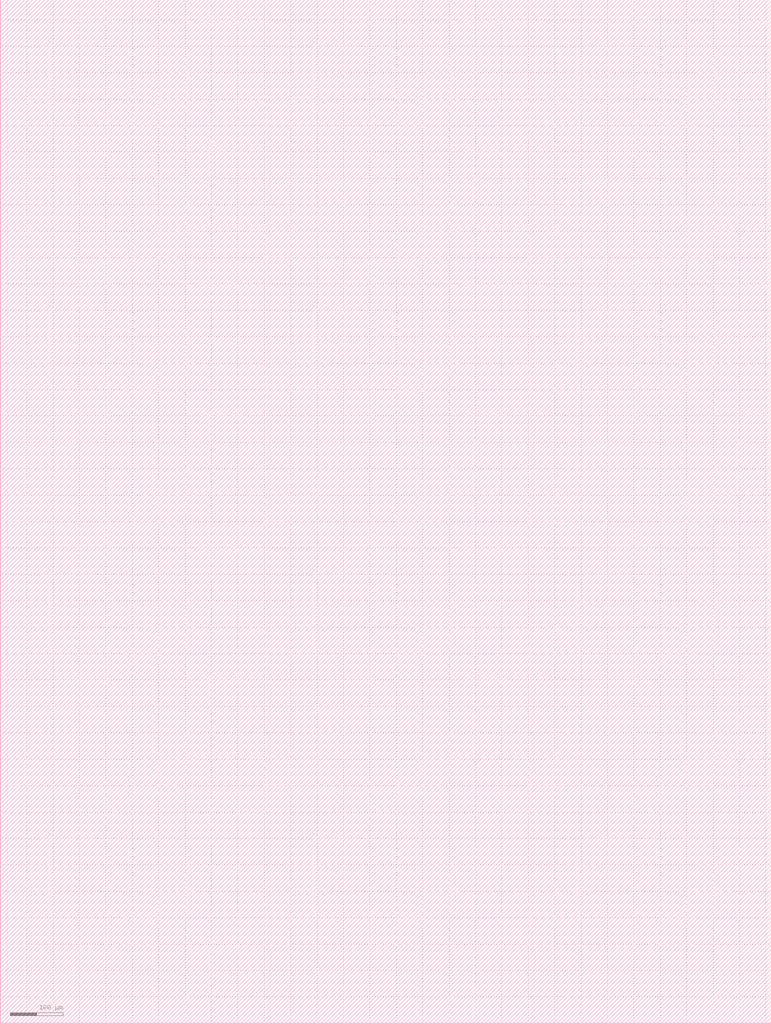
<source format=lef>
MACRO SRAM_1Kx32cm4bw
  SIZE 184.525 BY 171.70 ;
END SRAM_1Kx32cm4bw

MACRO SRAM_2Kx32cm8bw
  SIZE 318.925 BY 169.195 ;
END SRAM_2Kx32cm8bw

MACRO SRAM_6Kx32cm16bw
  SIZE 587.725 BY 237.295 ;
END SRAM_6Kx32cm16bw

MACRO SRAM_8Kx32cm16bw
  SIZE 587.725 BY 305.395 ;
END SRAM_8Kx32cm16bw

MACRO ROM_10240x32
  SIZE 307.955 BY 317.635 ;
END ROM_10240x32

MACRO DPRAM_1Kx32cm4bw
  SIZE 344.94 BY 182.15 ;
END DPRAM_1Kx32cm4bw

MACRO DPRAM_256x32cm4bw
  SIZE 344.94 BY 79.98 ;
END DPRAM_256x32cm4bw

MACRO REGFILE_16x24cm4bw
  SIZE 136.20 BY 29.00 ;
END REGFILE_16x24cm4bw

MACRO REGFILE_256x32cm4bw
  SIZE 169.80 BY 57.80 ;
END REGFILE_256x32cm4bw

MACRO REGFILE_64x21cm4bw
  SIZE 123.60 BY 33.00 ;
END REGFILE_64x21cm4bw

MACRO ascdhd_flash1mb
  SIZE 1460 BY 1938 ;
END ascdhd_flash1mb


</source>
